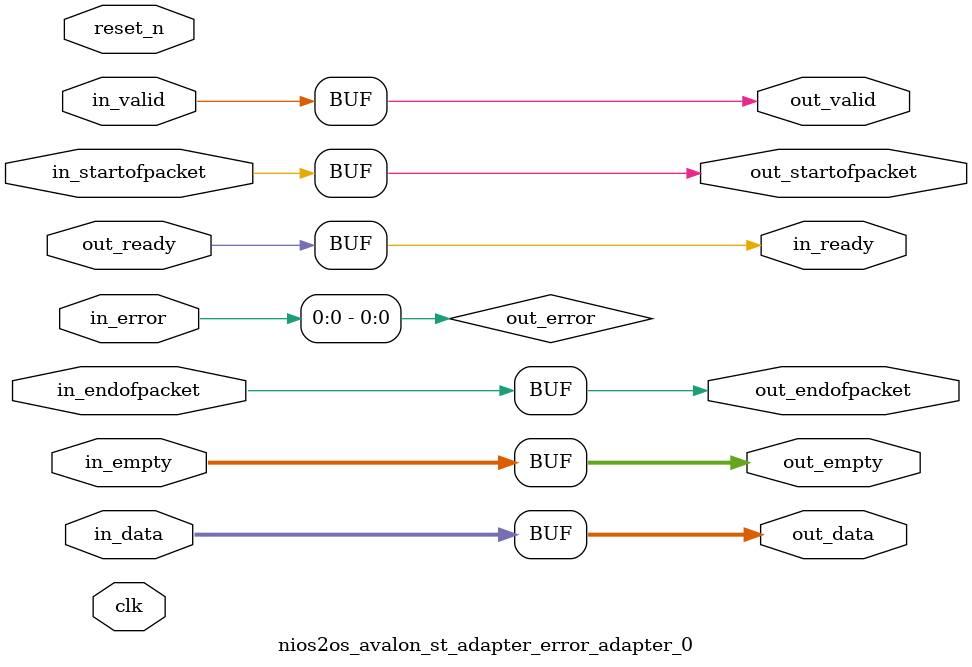
<source format=v>

`timescale 1ns / 100ps
module nios2os_avalon_st_adapter_error_adapter_0 (
    
      // Interface: clk
      input              clk,
      // Interface: reset
      input              reset_n,
      // Interface: in
      output reg         in_ready,
      input              in_valid,
      input      [31: 0] in_data,
      input      [ 5: 0] in_error,
      input              in_startofpacket,
      input              in_endofpacket,
      input      [ 1: 0] in_empty,
      // Interface: out
      input              out_ready,
      output reg         out_valid,
      output reg [31: 0] out_data,
      output reg         out_startofpacket,
      output reg         out_endofpacket,
      output reg [ 1: 0] out_empty
);


   reg          out_error;

   // ---------------------------------------------------------------------
   //| Pass-through Mapping
   // ---------------------------------------------------------------------
   always @* begin
      in_ready = out_ready;
      out_valid = in_valid;
      out_data = in_data;
      out_startofpacket = in_startofpacket;
      out_endofpacket = in_endofpacket;
      out_empty = in_empty;

   end

   // ---------------------------------------------------------------------
   //| Error Mapping
   // ---------------------------------------------------------------------
   always @* begin
      out_error = 0;
      
      out_error = in_error;
   end
endmodule
</source>
